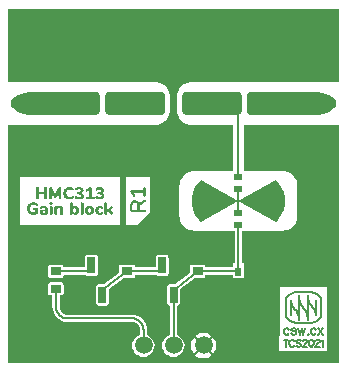
<source format=gtl>
%FSTAX23Y23*%
%MOIN*%
%SFA1B1*%

%IPPOS*%
%AMD12*
4,1,8,-0.016300,-0.013800,0.016300,-0.013800,0.017700,-0.012400,0.017700,0.012400,0.016300,0.013800,-0.016300,0.013800,-0.017700,0.012400,-0.017700,-0.012400,-0.016300,-0.013800,0.0*
1,1,0.002760,-0.016300,-0.012400*
1,1,0.002760,0.016300,-0.012400*
1,1,0.002760,0.016300,0.012400*
1,1,0.002760,-0.016300,0.012400*
%
%AMD14*
4,1,8,-0.013800,0.024800,-0.013800,-0.024800,-0.011000,-0.027600,0.011000,-0.027600,0.013800,-0.024800,0.013800,0.024800,0.011000,0.027600,-0.011000,0.027600,-0.013800,0.024800,0.0*
1,1,0.005520,-0.011000,0.024800*
1,1,0.005520,-0.011000,-0.024800*
1,1,0.005520,0.011000,-0.024800*
1,1,0.005520,0.011000,0.024800*
%
%AMD15*
4,1,8,0.010800,-0.017000,0.010800,0.017000,0.008100,0.019700,-0.008100,0.019700,-0.010800,0.017000,-0.010800,-0.017000,-0.008100,-0.019700,0.008100,-0.019700,0.010800,-0.017000,0.0*
1,1,0.005420,0.008100,-0.017000*
1,1,0.005420,0.008100,0.017000*
1,1,0.005420,-0.008100,0.017000*
1,1,0.005420,-0.008100,-0.017000*
%
%AMD16*
4,1,8,0.010800,-0.017000,0.010800,0.017000,0.008100,0.019700,-0.008100,0.019700,-0.010800,0.017000,-0.010800,-0.017000,-0.008100,-0.019700,0.008100,-0.019700,0.010800,-0.017000,0.0*
1,1,0.005420,0.008100,-0.017000*
1,1,0.005420,0.008100,0.017000*
1,1,0.005420,-0.008100,0.017000*
1,1,0.005420,-0.008100,-0.017000*
%
%ADD10R,0.023620X0.027560*%
%ADD11R,0.027560X0.023620*%
G04~CAMADD=12~8~0.0~0.0~354.3~275.6~13.8~0.0~15~0.0~0.0~0.0~0.0~0~0.0~0.0~0.0~0.0~0~0.0~0.0~0.0~180.0~354.0~276.0*
%ADD12D12*%
%ADD13R,0.035430X0.027560*%
G04~CAMADD=14~8~0.0~0.0~551.2~275.6~27.6~0.0~15~0.0~0.0~0.0~0.0~0~0.0~0.0~0.0~0.0~0~0.0~0.0~0.0~90.0~276.0~552.0*
%ADD14D14*%
G04~CAMADD=15~8~0.0~0.0~393.7~216.5~27.1~0.0~15~0.0~0.0~0.0~0.0~0~0.0~0.0~0.0~0.0~0~0.0~0.0~0.0~270.0~217.0~394.0*
%ADD15D15*%
G04~CAMADD=16~8~0.0~0.0~393.7~216.5~27.1~0.0~15~0.0~0.0~0.0~0.0~0~0.0~0.0~0.0~0.0~0~0.0~0.0~0.0~270.0~217.0~394.0*
%ADD16D16*%
%ADD27C,0.019680*%
%ADD28C,0.007870*%
%ADD29C,0.005910*%
%ADD30C,0.196850*%
%ADD31R,0.196850X0.039370*%
%ADD32C,0.059060*%
%LNcsgb-1*%
%LPD*%
G36*
X01102Y00937D02*
X00944D01*
Y01181*
X01102*
Y00937*
G37*
G36*
X00944Y01181D02*
Y00937D01*
X0061*
X00605Y00936*
X00596Y00934*
X00587Y00931*
X0058Y00926*
X00573Y00919*
X00568Y00912*
X00565Y00903*
X00563Y00894*
X00562Y00889*
Y00842*
X00563Y00837*
X00565Y00828*
X00568Y0082*
X00573Y00812*
X0058Y00806*
X00587Y008*
X00596Y00797*
X00605Y00795*
X0061Y00795*
X00748*
Y00669*
Y00639*
X00618*
X00613Y00639*
X00604Y00637*
X00595Y00634*
X00588Y00629*
X00581Y00622*
X00576Y00614*
X00572Y00606*
X00571Y00597*
X0057Y00592*
Y00639*
Y00442*
Y0049*
X00571Y00485*
X00572Y00476*
X00576Y00467*
X00581Y0046*
X00588Y00453*
X00595Y00448*
X00604Y00444*
X00613Y00443*
X00618Y00442*
X00755*
Y00334*
X00748*
Y00326*
Y00319*
X00657*
Y00328*
X00606*
Y00302*
X00556Y00263*
X0054*
X00536Y00263*
X00532Y0026*
X0053Y00257*
X00529Y00253*
Y00203*
X0053Y00199*
X00532Y00195*
X00536Y00193*
X00539Y00192*
Y00094*
X00532Y00091*
X00524Y00085*
X00518Y00077*
X00514Y00068*
X00513Y00059*
X00514Y00049*
X00518Y0004*
X00524Y00032*
X00532Y00026*
X00541Y00022*
X00551Y00021*
X0056Y00022*
X0057Y00026*
X00577Y00032*
X00583Y0004*
X00587Y00049*
X00588Y00059*
X00587Y00068*
X00583Y00077*
X00577Y00085*
X0057Y00091*
X00563Y00094*
Y00192*
X00566Y00193*
X00569Y00195*
X00572Y00199*
X00573Y00203*
Y00246*
X00623Y00285*
X00657*
Y00295*
X00748*
Y00283*
X00787*
Y00311*
Y00334*
X00779*
Y00442*
X00917*
X00921Y00443*
X00931Y00444*
X00939Y00448*
X00947Y00453*
X00953Y0046*
X00958Y00467*
X00962Y00476*
X00964Y00485*
X00964Y0049*
Y00442*
Y00639*
Y00592*
X00964Y00597*
X00962Y00606*
X00958Y00614*
X00953Y00622*
X00947Y00629*
X00939Y00634*
X00931Y00637*
X00921Y00639*
X00917Y00639*
X00787*
Y00657*
Y00795*
X01102Y00795*
Y00669*
Y0*
X0*
Y00657*
Y00795*
X00157Y00795*
X00492*
X00496Y00795*
X00505Y00797*
X00514Y008*
X00522Y00806*
X00528Y00812*
X00533Y0082*
X00537Y00828*
X00539Y00837*
X00539Y00842*
Y00889*
X00539Y00894*
X00537Y00903*
X00533Y00912*
X00528Y00919*
X00522Y00926*
X00514Y00931*
X00505Y00934*
X00496Y00936*
X00492Y00937*
X00157*
X0*
Y01181*
X00157*
X00944*
G37*
G36*
X00772Y00903D02*
X00777Y00898D01*
X00779Y00892*
Y00889*
Y00866*
Y00842*
Y00839*
X00777Y00833*
X00772Y00829*
X00766Y00826*
X00594*
X00591*
X00585Y00829*
X00581Y00833*
X00578Y00839*
Y00842*
Y00866*
Y00889*
Y00892*
X00581Y00898*
X00585Y00903*
X00591Y00905*
X00594*
X00766*
X00772Y00903*
G37*
G36*
X0105Y00901D02*
X01068Y00894D01*
X01085Y00883*
X01092Y00876*
X01092Y00875*
Y00856*
X01092Y00856*
X01085Y00849*
X01068Y00838*
X0105Y0083*
X01031Y00826*
X00811*
X00807*
X00802Y00829*
X00797Y00833*
X00795Y00839*
Y00842*
Y00866*
X00795Y00889*
Y00892*
X00797Y00898*
X00802Y00903*
X00807Y00905*
X00811*
X01031*
X0105Y00901*
G37*
G36*
X00291Y00905D02*
X00294D01*
X003Y00903*
X00304Y00898*
X00307Y00892*
Y00889*
Y00866*
Y00842*
Y00839*
X00304Y00833*
X003Y00829*
X00294Y00826*
X00291*
X0007*
X00051Y0083*
X00033Y00838*
X00017Y00849*
X0001Y00856*
X00009Y00856*
Y00875*
X0001Y00876*
X00017Y00883*
X00033Y00894*
X00051Y00901*
X0007Y00905*
X00291*
G37*
G36*
X00507D02*
X00511D01*
X00516Y00903*
X00521Y00898*
X00523Y00892*
Y00889*
Y00866*
Y00842*
Y00839*
X00521Y00833*
X00516Y00829*
X00511Y00826*
X00507*
X00335*
X00329Y00829*
X00325Y00833*
X00322Y00839*
Y00842*
Y00866*
Y00889*
Y00892*
X00325Y00898*
X00329Y00903*
X00335Y00905*
X00507*
G37*
G36*
X00892Y0061D02*
X00899Y00604D01*
X0091Y00587*
X00918Y0057*
X00921Y00551*
Y00531*
X00918Y00512*
X0091Y00494*
X00899Y00478*
X00892Y00471*
X00767Y00541*
X00892Y0061*
G37*
G36*
X00767Y00541D02*
X00642Y00471D01*
X00635Y00478*
X00624Y00494*
X00617Y00512*
X00613Y00531*
Y00551*
X00617Y0057*
X00624Y00587*
X00635Y00604*
X00642Y0061*
X00767Y00541*
G37*
%LNcsgb-2*%
%LPC*%
G36*
X00472Y0062D02*
X00393D01*
Y00462*
X00433*
X00464Y00494*
X00466*
Y00496*
X00472Y00501*
Y0062*
G37*
G36*
X00374D02*
X00039D01*
Y00462*
X00374*
Y0062*
G37*
G36*
X00524Y00362D02*
X00502D01*
X00498Y00361*
X00495Y00359*
X00492Y00355*
X00491Y00351*
Y00319*
X00421*
Y00328*
X0037*
Y00302*
X0032Y00263*
X00303*
X00299Y00263*
X00296Y0026*
X00293Y00257*
X00293Y00253*
Y00203*
X00293Y00199*
X00296Y00195*
X00299Y00193*
X00303Y00192*
X00325*
X0033Y00193*
X00333Y00195*
X00336Y00199*
X00336Y00203*
Y00246*
X00387Y00285*
X00421*
Y00295*
X00494*
X00495Y00294*
X00498Y00291*
X00502Y00291*
X00524*
X00528Y00291*
X00532Y00294*
X00534Y00297*
X00535Y00301*
Y00351*
X00534Y00355*
X00532Y00359*
X00528Y00361*
X00524Y00362*
G37*
G36*
X00288D02*
X00266D01*
X00262Y00361*
X00258Y00359*
X00256Y00355*
X00255Y00351*
Y00319*
X00185*
Y00319*
X00184Y00323*
X00182Y00326*
X00179Y00328*
X00175Y00328*
X00143*
X00139Y00328*
X00136Y00326*
X00134Y00323*
X00133Y00319*
Y00294*
X00134Y00291*
X00136Y00288*
X00139Y00285*
X00143Y00285*
X00175*
X00179Y00285*
X00182Y00288*
X00184Y00291*
X00185Y00294*
Y00295*
X00258*
X00258Y00294*
X00262Y00291*
X00266Y00291*
X00288*
X00292Y00291*
X00296Y00294*
X00298Y00297*
X00299Y00301*
Y00351*
X00298Y00355*
X00296Y00359*
X00292Y00361*
X00288Y00362*
G37*
G36*
X00651Y001D02*
X0064Y00099D01*
X0063Y00095*
X00624Y0009*
X00651Y00064*
X00677Y0009*
X00672Y00095*
X00661Y00099*
X00651Y001*
G37*
G36*
X01062Y00255D02*
X00905D01*
Y0013*
X00905*
Y00092*
X00904*
Y00041*
X00905*
Y00039*
X01062*
Y00041*
X01063*
Y00092*
X01063*
Y0013*
X01062*
Y00255*
G37*
G36*
X00683Y00085D02*
X00656Y00059D01*
X00683Y00032*
X00687Y00038*
X00691Y00048*
X00692Y00059*
X00691Y00069*
X00687Y00079*
X00683Y00085*
G37*
G36*
X00619D02*
X00615Y00079D01*
X0061Y00069*
X00609Y00059*
X0061Y00048*
X00615Y00038*
X00619Y00032*
X00645Y00059*
X00619Y00085*
G37*
G36*
X00175Y00269D02*
X00143D01*
X00139Y00269*
X00136Y00267*
X00134Y00264*
X00133Y0026*
Y00235*
X00134Y00232*
X00136Y00228*
X00139Y00226*
X00143Y00226*
X00147*
Y00189*
X00147*
X00148Y00179*
X00151Y00169*
X00156Y0016*
X00162Y00152*
X0017Y00146*
X00179Y00141*
X00188Y00138*
X00198Y00137*
Y00137*
X00199Y00137*
X002Y00137*
X00411*
X00412Y00137*
X00418Y00136*
X00425Y00134*
X00431Y00129*
X00435Y00124*
X00438Y00117*
X00439Y0011*
X00439Y0011*
Y00094*
X00432Y00091*
X00424Y00085*
X00418Y00077*
X00414Y00068*
X00413Y00059*
X00414Y00049*
X00418Y0004*
X00424Y00032*
X00432Y00026*
X00441Y00022*
X00451Y00021*
X0046Y00022*
X0047Y00026*
X00477Y00032*
X00483Y0004*
X00487Y00049*
X00488Y00059*
X00487Y00068*
X00483Y00077*
X00477Y00085*
X0047Y00091*
X00463Y00094*
Y0011*
X00463*
X00462Y0012*
X00459Y0013*
X00454Y00139*
X00448Y00146*
X0044Y00153*
X00431Y00157*
X00421Y0016*
X00411Y00161*
Y00161*
X002*
X00199Y00161*
X00198Y00161*
Y00161*
X00191Y00162*
X00185Y00165*
X00179Y00169*
X00175Y00175*
X00172Y00182*
X00171Y00188*
X00171Y00189*
Y00226*
X00175*
X00179Y00226*
X00182Y00228*
X00184Y00232*
X00185Y00235*
Y0026*
X00184Y00264*
X00182Y00267*
X00179Y00269*
X00175Y00269*
G37*
G36*
X00651Y00053D02*
X00624Y00027D01*
X0063Y00022*
X0064Y00018*
X00651Y00017*
X00661Y00018*
X00672Y00022*
X00677Y00027*
X00651Y00053*
G37*
%LNcsgb-3*%
%LPD*%
G36*
X00455Y00588D02*
X00455Y00588D01*
X00456Y00587*
X00457Y00587*
X00457Y00586*
X00458Y00585*
X00458Y00584*
Y00559*
X00458Y00559*
X00458Y00558*
X00457Y00557*
X00457Y00556*
X00456Y00556*
X00455Y00555*
X00455Y00555*
X00454Y00555*
X00454*
X00453Y00555*
X00453Y00555*
X00452Y00556*
X00452Y00556*
X00451Y00557*
X00451Y00558*
X0045Y00559*
Y00567*
X00418*
X00422Y0056*
X00422Y0056*
X00422Y00559*
X00422Y00559*
X00423Y00558*
Y00558*
X00422Y00558*
X00422Y00557*
X00422Y00556*
X00422Y00556*
X00421Y00556*
X00421*
X00421Y00555*
X00421Y00555*
X0042Y00555*
X00419Y00555*
X00419Y00555*
X00418Y00555*
X00418*
X00418*
X00418Y00555*
X00417Y00555*
X00417Y00555*
X00416Y00555*
X00415Y00556*
X00415Y00557*
X00408Y00568*
X00408Y00568*
X00408Y00568*
X00408Y00568*
X00408Y00569*
X00407Y0057*
X00407Y00571*
X00407Y00572*
Y00572*
X00407Y00572*
X00407Y00573*
X00407Y00574*
X00408Y00574*
X00408Y00575*
X00408Y00575*
X00408Y00575*
X00409Y00575*
X00409Y00576*
X00409Y00576*
X0041Y00576*
X00411Y00576*
X00411Y00576*
X0045*
Y00584*
X0045Y00584*
X00451Y00585*
X00451Y00586*
X00451Y00587*
X00452Y00587*
X00453Y00588*
X00453Y00588*
X00454*
X00454*
X00455Y00588*
G37*
G36*
X00455Y00545D02*
X00455Y00545D01*
X00456Y00544*
X00456Y00544*
X00457Y00544*
X00457Y00543*
Y00543*
X00457Y00543*
X00457Y00543*
X00458Y00543*
X00458Y00542*
X00458Y00541*
X00458Y0054*
Y0054*
X00458Y0054*
X00458Y00539*
X00458Y00538*
X00458Y00538*
X00457Y00537*
X00457Y00537*
X00456Y00536*
X00442Y00527*
X00442Y00527*
X00441Y00526*
X00441Y00526*
X0044Y00526*
X00439Y00525*
X00439Y00524*
X00438Y00524*
Y00524*
X00438Y00523*
X00438Y00523*
X00438Y00523*
X00438Y00522*
X00438Y00521*
X00438Y0052*
Y00512*
X00454*
X00454*
X00454*
X00454Y00512*
X00455Y00512*
X00456Y00512*
X00456Y00512*
X00457Y00511*
X00457Y00511*
X00457Y00511*
X00457Y00511*
X00457Y0051*
X00458Y0051*
X00458Y00509*
X00458Y00509*
X00458Y00508*
Y00508*
X00458Y00507*
X00458Y00507*
X00458Y00506*
X00457Y00505*
X00457Y00505*
X00457Y00505*
X00457Y00504*
X00456Y00504*
X00456Y00504*
X00456Y00504*
X00455Y00504*
X00454Y00503*
X00454Y00503*
X00412*
X00412*
X00411*
X00411Y00503*
X0041Y00504*
X00409Y00504*
X00409Y00504*
X00408Y00505*
X00408Y00505*
X00408Y00505*
X00408Y00505*
X00408Y00505*
X00408Y00506*
X00407Y00506*
X00407Y00507*
X00407Y00508*
Y00527*
X00407Y00527*
Y00528*
X00407Y00529*
X00408Y00531*
X00408Y00533*
X00409Y00535*
X0041Y00537*
X0041Y00538*
X00411Y00539*
Y00539*
X00411Y00539*
X00412Y0054*
X00413Y0054*
X00414Y00541*
X00415Y00542*
X00417Y00543*
X0042Y00543*
X00421Y00543*
X00422Y00543*
X00422*
X00422*
X00423*
X00423Y00543*
X00424*
X00424Y00543*
X00426Y00543*
X00427Y00543*
X00429Y00542*
X0043Y00541*
X00432Y0054*
X00432Y0054*
X00433Y00539*
X00433Y00539*
X00434Y00538*
X00435Y00536*
X00435Y00535*
X00436Y00533*
X00437Y00531*
Y00531*
X00437Y00531*
X00437Y00531*
X00437Y00532*
X00438Y00533*
X00438Y00534*
X00439Y00534*
X00439Y00534*
X00439Y00535*
X00439Y00535*
X0044Y00536*
X0044Y00536*
X00441Y00537*
X00442Y00537*
X00452Y00544*
X00452*
X00452Y00544*
X00453Y00544*
X00454Y00545*
X00454Y00545*
X00455*
X00455*
X00455Y00545*
G37*
G36*
X00205Y00587D02*
X00206Y00587D01*
X00207Y00587*
X00207Y00587*
X00208Y00587*
X0021Y00586*
X00212Y00586*
X00213Y00585*
X00215Y00585*
X00216Y00584*
X00217Y00583*
X00217*
X00217Y00583*
X00217Y00583*
X00218Y00582*
X00218Y00582*
X00218Y00582*
X00218Y00581*
X00218Y00581*
X00218Y0058*
Y0058*
Y00579*
X00218Y00579*
X00218Y00579*
X00218Y00578*
X00218Y00577*
X00217Y00577*
X00217Y00577*
X00217Y00577*
X00217Y00576*
X00217Y00576*
X00216Y00576*
X00216Y00576*
X00215Y00576*
X00215*
X00214Y00576*
X00214Y00576*
X00213Y00576*
X00213Y00576*
X00213Y00576*
X00212Y00577*
X00212Y00577*
X00212Y00577*
X00211Y00577*
X00211Y00577*
X0021Y00578*
X00209Y00578*
X00208Y00578*
X00208*
X00208Y00578*
X00207Y00578*
X00207Y00579*
X00206Y00579*
X00206Y00579*
X00204Y00579*
X00204*
X00204Y00579*
X00203*
X00203Y00579*
X00202Y00578*
X002Y00578*
X00199Y00578*
X00198Y00577*
X00197Y00576*
X00197Y00576*
X00196Y00575*
X00196Y00575*
X00196Y00574*
X00196Y00574*
X00196Y00573*
X00195Y00573*
X00195Y00572*
X00195Y00571*
X00195Y00571*
X00195Y0057*
X00194Y00569*
X00194Y00568*
Y00566*
Y00566*
Y00566*
Y00566*
X00194Y00565*
Y00565*
X00194Y00564*
X00195Y00563*
X00195Y00561*
X00195Y0056*
X00196Y00558*
X00196Y00558*
X00197Y00557*
X00197Y00557*
X00197Y00557*
X00198Y00556*
X00199Y00556*
X002Y00555*
X00201Y00555*
X00203Y00554*
X00204Y00554*
X00205*
X00206Y00554*
X00206Y00554*
X00207Y00554*
X00208Y00555*
X00208*
X00208Y00555*
X00208Y00555*
X00209Y00555*
X0021Y00555*
X0021Y00555*
X00211Y00556*
X00212Y00556*
X00212*
X00212Y00556*
X00213Y00557*
X00213Y00557*
X00214Y00557*
X00214Y00557*
X00214Y00557*
X00214Y00557*
X00215*
X00216Y00557*
X00216Y00557*
X00216Y00557*
X00217Y00557*
X00217Y00557*
X00217Y00556*
X00218Y00556*
X00218Y00556*
X00218Y00556*
X00218Y00555*
X00218Y00555*
X00218Y00554*
X00218Y00554*
X00218Y00553*
Y00553*
Y00553*
Y00553*
X00218Y00552*
X00218Y00552*
X00218Y00551*
X00218Y00551*
X00218Y00551*
X00217Y0055*
X00217Y0055*
X00217Y00549*
X00216Y00549*
X00216Y00549*
X00216Y00549*
X00215Y00549*
X00215Y00548*
X00214Y00548*
X00213Y00548*
X00212Y00547*
X00211Y00547*
X0021Y00547*
X00209Y00546*
X00207Y00546*
X00205Y00546*
X00204Y00546*
X00203*
X00203Y00546*
X00202*
X00202Y00546*
X00201Y00546*
X002Y00546*
X00199Y00546*
X00197Y00547*
X00195Y00547*
X00193Y00548*
X00193*
X00193Y00548*
X00193Y00548*
X00192Y00549*
X00192Y00549*
X00191Y0055*
X00189Y00551*
X00188Y00552*
X00187Y00554*
X00186Y00555*
Y00555*
X00186Y00556*
X00186Y00556*
X00186Y00556*
X00186Y00557*
X00185Y00557*
X00185Y00558*
X00185Y00559*
X00185Y00559*
X00185Y0056*
X00184Y00562*
X00184Y00564*
X00184Y00566*
Y00566*
Y00567*
Y00567*
X00184Y00567*
Y00568*
X00184Y00569*
X00184Y00569*
X00184Y0057*
X00184Y00572*
X00185Y00574*
X00185Y00576*
X00186Y00577*
Y00577*
X00186Y00578*
X00186Y00578*
X00187Y00578*
X00187Y00579*
X00188Y0058*
X00189Y00581*
X0019Y00582*
X00192Y00584*
X00193Y00585*
X00193*
X00193Y00585*
X00194Y00585*
X00194Y00585*
X00194Y00585*
X00195Y00585*
X00196Y00586*
X00196Y00586*
X00198Y00586*
X002Y00587*
X00202Y00587*
X00204Y00587*
X00205*
X00205Y00587*
G37*
G36*
X00125Y00587D02*
X00125Y00587D01*
X00126Y00587*
X00126Y00586*
X00127Y00586*
X00128Y00586*
X00128Y00585*
X00128Y00585*
X00128Y00585*
X00128Y00585*
X00129Y00584*
X00129Y00583*
X00129Y00583*
X00129Y00582*
Y00551*
Y00551*
Y00551*
X00129Y0055*
X00129Y0055*
X00129Y00549*
X00128Y00548*
X00128Y00548*
X00128Y00547*
X00128Y00547*
X00127Y00547*
X00127Y00547*
X00127Y00547*
X00126Y00546*
X00125Y00546*
X00125Y00546*
X00124Y00546*
X00123*
X00123Y00546*
X00123Y00546*
X00122Y00546*
X00121Y00547*
X00121Y00547*
X0012Y00547*
X0012Y00547*
X0012Y00548*
X0012Y00548*
X00119Y00548*
X00119Y00549*
X00119Y00549*
X00119Y0055*
X00119Y00551*
Y00563*
X00102*
Y00551*
Y00551*
Y00551*
X00102Y0055*
X00102Y0055*
X00102Y00549*
X00102Y00548*
X00101Y00548*
X00101Y00547*
X00101Y00547*
X00101Y00547*
X001Y00547*
X001Y00547*
X00099Y00546*
X00099Y00546*
X00098Y00546*
X00097Y00546*
X00097*
X00096Y00546*
X00096Y00546*
X00095Y00546*
X00094Y00547*
X00094Y00547*
X00093Y00547*
X00093Y00547*
X00093Y00548*
X00093Y00548*
X00093Y00548*
X00092Y00549*
X00092Y00549*
X00092Y0055*
X00092Y00551*
Y00582*
Y00582*
Y00582*
X00092Y00583*
X00092Y00583*
X00092Y00584*
X00092Y00584*
X00093Y00585*
X00093Y00586*
X00093Y00586*
X00094Y00586*
X00094Y00586*
X00094Y00586*
X00095Y00586*
X00095Y00587*
X00096Y00587*
X00097Y00587*
X00097*
X00098Y00587*
X00098Y00587*
X00099Y00587*
X001Y00586*
X001Y00586*
X00101Y00586*
X00101Y00585*
X00101Y00585*
X00101Y00585*
X00101Y00585*
X00102Y00584*
X00102Y00583*
X00102Y00583*
X00102Y00582*
Y00571*
X00119*
Y00582*
Y00582*
Y00582*
X00119Y00583*
X00119Y00583*
X00119Y00584*
X00119Y00584*
X0012Y00585*
X0012Y00586*
X0012Y00586*
X0012Y00586*
X00121Y00586*
X00121Y00586*
X00122Y00586*
X00122Y00587*
X00123Y00587*
X00124Y00587*
X00124*
X00125Y00587*
G37*
G36*
X00173D02*
X00174Y00587D01*
X00174Y00587*
X00175Y00586*
X00175Y00586*
X00176Y00585*
X00176Y00585*
X00176Y00585*
X00176Y00585*
X00177Y00585*
X00177Y00584*
X00177Y00583*
X00177Y00583*
X00177Y00582*
Y00551*
Y0055*
Y0055*
X00177Y0055*
X00177Y00549*
X00177Y00549*
X00177Y00548*
X00176Y00548*
X00176Y00547*
X00176Y00547*
X00176Y00547*
X00175Y00547*
X00175Y00547*
X00175Y00546*
X00174Y00546*
X00173Y00546*
X00173Y00546*
X00172*
X00172Y00546*
X00171Y00546*
X00171Y00546*
X0017Y00546*
X0017Y00547*
X00169Y00547*
X00169Y00547*
X00169Y00547*
X00169Y00548*
X00169Y00548*
X00168Y00548*
X00168Y00549*
X00168Y0055*
X00168Y00551*
Y00567*
X00162Y00555*
X00161Y00555*
X00161Y00555*
X00161Y00555*
X00161Y00554*
X0016Y00553*
X0016Y00553*
X00159Y00553*
X00159*
X00159Y00553*
X00159Y00553*
X00159Y00552*
X00158Y00552*
X00157Y00552*
X00157*
X00156Y00552*
X00156*
X00155Y00552*
X00154Y00553*
X00154Y00553*
X00154Y00553*
X00154Y00553*
X00154Y00553*
X00153Y00554*
X00153Y00554*
X00153Y00555*
X00152Y00555*
X00146Y00567*
Y00551*
Y0055*
Y0055*
X00146Y0055*
X00146Y00549*
X00145Y00549*
X00145Y00548*
X00145Y00548*
X00144Y00547*
X00144Y00547*
X00144Y00547*
X00144Y00547*
X00144Y00547*
X00143Y00546*
X00142Y00546*
X00142Y00546*
X00141Y00546*
X00141*
X0014Y00546*
X0014Y00546*
X00139Y00546*
X00139Y00546*
X00138Y00547*
X00138Y00547*
X00138Y00547*
X00138Y00547*
X00137Y00548*
X00137Y00548*
X00137Y00548*
X00137Y00549*
X00137Y0055*
X00136Y00551*
Y00582*
Y00582*
Y00582*
X00137Y00583*
X00137Y00583*
X00137Y00584*
X00137Y00584*
X00137Y00585*
X00138Y00585*
X00138Y00586*
X00138Y00586*
X00138Y00586*
X00139Y00586*
X00139Y00586*
X0014Y00587*
X00141Y00587*
X00141Y00587*
X00142*
X00142Y00587*
X00142*
X00143Y00587*
X00144Y00586*
X00144Y00586*
X00144Y00586*
X00144Y00586*
X00145Y00586*
X00145Y00585*
X00145Y00585*
X00146Y00585*
X00146Y00584*
X00146Y00583*
X00157Y00564*
X00167Y00583*
Y00584*
X00168Y00584*
X00168Y00584*
X00168Y00585*
X00169Y00585*
X00169Y00586*
X0017Y00586*
X00171Y00587*
X00172Y00587*
X00173*
X00173Y00587*
G37*
G36*
X00307Y00587D02*
X00308Y00587D01*
X00309Y00587*
X0031Y00587*
X00312Y00586*
X00313Y00586*
X00313*
X00313Y00586*
X00313Y00586*
X00314Y00585*
X00315Y00585*
X00315Y00584*
X00316Y00584*
X00317Y00583*
X00318Y00582*
X00318Y00582*
X00318Y00581*
X00318Y00581*
X00319Y0058*
X00319Y00579*
X00319Y00578*
X00319Y00577*
X0032Y00576*
Y00576*
Y00576*
X00319Y00575*
X00319Y00574*
X00319Y00573*
X00319Y00572*
X00318Y00571*
X00318Y0057*
X00318Y0057*
X00318Y0057*
X00317Y0057*
X00317Y00569*
X00316Y00569*
X00315Y00568*
X00314Y00567*
X00313Y00567*
X00313*
X00313Y00567*
X00314Y00567*
X00314Y00567*
X00315Y00566*
X00316Y00566*
X00317Y00565*
X00318Y00564*
X00319Y00563*
X00319Y00563*
X00319Y00563*
X00319Y00562*
X0032Y00562*
X0032Y00561*
X0032Y0056*
X0032Y00559*
X00321Y00557*
Y00557*
Y00557*
Y00557*
X0032Y00556*
X0032Y00555*
X0032Y00554*
X0032Y00553*
X00319Y00552*
X00319Y00551*
X00319Y00551*
X00318Y00551*
X00318Y0055*
X00317Y0055*
X00317Y00549*
X00316Y00548*
X00314Y00548*
X00313Y00547*
X00313*
X00313Y00547*
X00313Y00547*
X00313Y00547*
X00312Y00547*
X00311Y00547*
X0031Y00546*
X00308Y00546*
X00307Y00546*
X00305Y00546*
X00305*
X00304Y00546*
X00303Y00546*
X00302Y00546*
X00301Y00546*
X00299Y00546*
X00298Y00547*
X00298*
X00298Y00547*
X00297Y00547*
X00297Y00547*
X00296Y00547*
X00295Y00548*
X00294Y00548*
X00293Y00549*
X00292Y0055*
X00292*
X00292Y0055*
X00291Y0055*
X00291Y00551*
X00291Y00551*
Y00551*
X00291Y00551*
X0029Y00552*
X0029Y00552*
X0029Y00553*
Y00553*
Y00554*
X0029Y00554*
X0029Y00554*
X00291Y00555*
X00291Y00556*
X00291Y00556*
X00291Y00556*
X00291Y00556*
X00292Y00557*
X00292Y00557*
X00293Y00557*
X00293Y00557*
X00294Y00557*
X00294*
X00295Y00557*
X00295Y00557*
X00295Y00557*
X00295Y00557*
X00296Y00557*
X00297Y00556*
X00297*
X00297Y00556*
X00297Y00556*
X00297*
X00298Y00556*
X00298Y00556*
X00298Y00556*
X00298Y00556*
X00299Y00555*
X00299Y00555*
X003Y00555*
X00301Y00554*
X00301*
X00302Y00554*
X00302Y00554*
X00302Y00554*
X00303Y00554*
X00303Y00554*
X00305Y00554*
X00305*
X00306Y00554*
X00306Y00554*
X00308Y00554*
X00309Y00555*
X00309Y00555*
X00309Y00555*
X00309Y00555*
X0031Y00555*
X0031Y00556*
X0031Y00556*
X0031Y00557*
X00311Y00558*
X00311Y00558*
Y00558*
Y00559*
X00311Y00559*
X0031Y0056*
X0031Y0056*
X0031Y00561*
X0031Y00561*
X00309Y00562*
X00309Y00562*
X00309Y00562*
X00309Y00562*
X00308Y00562*
X00307Y00562*
X00307Y00562*
X00306Y00562*
X00305Y00563*
X00301*
X003Y00563*
X003Y00563*
X003Y00563*
X00299Y00563*
X00299Y00563*
X00298Y00564*
X00298Y00564*
X00298Y00564*
X00298Y00564*
X00298Y00565*
X00298Y00565*
X00297Y00565*
X00297Y00566*
X00297Y00567*
Y00567*
Y00567*
X00297Y00567*
X00297Y00568*
X00298Y00569*
X00298Y00569*
X00298Y00569*
X00298Y0057*
X00298Y0057*
X00299Y0057*
X00299Y0057*
X00299Y0057*
X003Y00571*
X003Y00571*
X00301Y00571*
X00304*
X00305Y00571*
X00305Y00571*
X00307Y00571*
X00307Y00571*
X00308Y00572*
X00308Y00572*
X00308Y00572*
X00309Y00572*
X00309Y00572*
X00309Y00573*
X00309Y00573*
X00309Y00574*
X0031Y00575*
Y00575*
Y00575*
X00309Y00575*
X00309Y00576*
X00309Y00576*
X00309Y00577*
X00309Y00577*
X00308Y00578*
X00308Y00578*
X00308Y00578*
X00308Y00578*
X00307Y00578*
X00307Y00579*
X00306Y00579*
X00306Y00579*
X00305Y00579*
X00304*
X00304Y00579*
X00303Y00579*
X00302Y00579*
X00302*
X00302Y00578*
X00301Y00578*
X00301Y00578*
X003Y00578*
X003Y00578*
X00299Y00577*
X00297Y00577*
X00297*
X00297Y00576*
X00297Y00576*
X00296Y00576*
X00296Y00576*
X00296*
X00295Y00576*
X00295Y00576*
X00294Y00575*
X00294*
X00294Y00576*
X00293Y00576*
X00293Y00576*
X00293Y00576*
X00292Y00576*
X00292Y00577*
X00292Y00577*
X00292Y00577*
X00292Y00577*
X00291Y00578*
X00291Y00578*
X00291Y00579*
X00291Y00579*
X00291Y0058*
Y0058*
Y0058*
Y0058*
X00291Y0058*
X00291Y00581*
X00291Y00582*
Y00582*
X00291Y00582*
X00292Y00582*
X00292Y00583*
X00293Y00583*
X00293Y00583*
X00293Y00584*
X00294Y00584*
X00294Y00584*
X00295Y00585*
X00296Y00585*
X00297Y00586*
X00298Y00586*
X00299*
X00299Y00586*
X00299Y00586*
X003Y00586*
X00301Y00587*
X00302Y00587*
X00303Y00587*
X00304Y00587*
X00305Y00587*
X00306*
X00307Y00587*
G37*
G36*
X00238D02*
X00239Y00587D01*
X0024Y00587*
X00241Y00587*
X00243Y00586*
X00244Y00586*
X00244*
X00244Y00586*
X00244Y00586*
X00245Y00585*
X00246Y00585*
X00247Y00584*
X00247Y00584*
X00248Y00583*
X00249Y00582*
X00249Y00582*
X00249Y00581*
X0025Y00581*
X0025Y0058*
X0025Y00579*
X0025Y00578*
X00251Y00577*
X00251Y00576*
Y00576*
Y00576*
X00251Y00575*
X0025Y00574*
X0025Y00573*
X0025Y00572*
X0025Y00571*
X00249Y0057*
X00249Y0057*
X00249Y0057*
X00248Y0057*
X00248Y00569*
X00247Y00569*
X00246Y00568*
X00246Y00567*
X00245Y00567*
X00245*
X00245Y00567*
X00245Y00567*
X00246Y00567*
X00246Y00566*
X00247Y00566*
X00248Y00565*
X00249Y00564*
X0025Y00563*
X0025Y00563*
X0025Y00563*
X0025Y00562*
X00251Y00562*
X00251Y00561*
X00251Y0056*
X00252Y00559*
X00252Y00557*
Y00557*
Y00557*
Y00557*
X00252Y00556*
X00252Y00555*
X00251Y00554*
X00251Y00553*
X0025Y00552*
X0025Y00551*
X0025Y00551*
X00249Y00551*
X00249Y0055*
X00248Y0055*
X00248Y00549*
X00247Y00548*
X00246Y00548*
X00244Y00547*
X00244*
X00244Y00547*
X00244Y00547*
X00244Y00547*
X00243Y00547*
X00242Y00547*
X00241Y00546*
X0024Y00546*
X00238Y00546*
X00236Y00546*
X00236*
X00235Y00546*
X00234Y00546*
X00233Y00546*
X00232Y00546*
X0023Y00546*
X00229Y00547*
X00229*
X00229Y00547*
X00229Y00547*
X00228Y00547*
X00227Y00547*
X00226Y00548*
X00225Y00548*
X00224Y00549*
X00223Y0055*
X00223*
X00223Y0055*
X00223Y0055*
X00222Y00551*
X00222Y00551*
Y00551*
X00222Y00551*
X00222Y00552*
X00221Y00552*
X00221Y00553*
Y00553*
Y00554*
X00221Y00554*
X00222Y00554*
X00222Y00555*
X00222Y00556*
X00222Y00556*
X00222Y00556*
X00223Y00556*
X00223Y00557*
X00223Y00557*
X00224Y00557*
X00224Y00557*
X00225Y00557*
X00225*
X00226Y00557*
X00226Y00557*
X00226Y00557*
X00227Y00557*
X00227Y00557*
X00228Y00556*
X00228*
X00228Y00556*
X00228Y00556*
X00229*
X00229Y00556*
X00229Y00556*
X00229Y00556*
X00229Y00556*
X0023Y00555*
X0023Y00555*
X00231Y00555*
X00232Y00554*
X00233*
X00233Y00554*
X00233Y00554*
X00233Y00554*
X00234Y00554*
X00235Y00554*
X00236Y00554*
X00236*
X00237Y00554*
X00238Y00554*
X00239Y00554*
X0024Y00555*
X0024Y00555*
X0024Y00555*
X00241Y00555*
X00241Y00555*
X00241Y00556*
X00241Y00556*
X00242Y00557*
X00242Y00558*
X00242Y00558*
Y00558*
Y00559*
X00242Y00559*
X00242Y0056*
X00241Y0056*
X00241Y00561*
X00241Y00561*
X0024Y00562*
X0024Y00562*
X0024Y00562*
X0024Y00562*
X00239Y00562*
X00239Y00562*
X00238Y00562*
X00237Y00562*
X00236Y00563*
X00232*
X00232Y00563*
X00231Y00563*
X00231Y00563*
X0023Y00563*
X0023Y00563*
X00229Y00564*
X00229Y00564*
X00229Y00564*
X00229Y00564*
X00229Y00565*
X00229Y00565*
X00229Y00565*
X00229Y00566*
X00228Y00567*
Y00567*
Y00567*
X00229Y00567*
X00229Y00568*
X00229Y00569*
X00229Y00569*
X00229Y00569*
X00229Y0057*
X0023Y0057*
X0023Y0057*
X0023Y0057*
X00231Y0057*
X00231Y00571*
X00232Y00571*
X00232Y00571*
X00235*
X00236Y00571*
X00236Y00571*
X00238Y00571*
X00239Y00571*
X00239Y00572*
X00239Y00572*
X00239Y00572*
X0024Y00572*
X0024Y00572*
X0024Y00573*
X0024Y00573*
X00241Y00574*
X00241Y00575*
Y00575*
Y00575*
X00241Y00575*
X00241Y00576*
X0024Y00576*
X0024Y00577*
X0024Y00577*
X00239Y00578*
X00239Y00578*
X00239Y00578*
X00239Y00578*
X00239Y00578*
X00238Y00579*
X00237Y00579*
X00237Y00579*
X00236Y00579*
X00235*
X00235Y00579*
X00234Y00579*
X00233Y00579*
X00233*
X00233Y00578*
X00232Y00578*
X00232Y00578*
X00232Y00578*
X00231Y00578*
X0023Y00577*
X00229Y00577*
X00229*
X00228Y00576*
X00228Y00576*
X00227Y00576*
X00227Y00576*
X00227*
X00226Y00576*
X00226Y00576*
X00225Y00575*
X00225*
X00225Y00576*
X00225Y00576*
X00224Y00576*
X00224Y00576*
X00223Y00576*
X00223Y00577*
X00223Y00577*
X00223Y00577*
X00223Y00577*
X00223Y00578*
X00222Y00578*
X00222Y00579*
X00222Y00579*
X00222Y0058*
Y0058*
Y0058*
Y0058*
X00222Y0058*
X00222Y00581*
X00222Y00582*
Y00582*
X00222Y00582*
X00223Y00582*
X00223Y00583*
X00224Y00583*
X00224Y00583*
X00224Y00584*
X00225Y00584*
X00225Y00584*
X00226Y00585*
X00227Y00585*
X00228Y00586*
X0023Y00586*
X0023*
X0023Y00586*
X0023Y00586*
X00231Y00586*
X00232Y00587*
X00233Y00587*
X00234Y00587*
X00235Y00587*
X00236Y00587*
X00237*
X00238Y00587*
G37*
G36*
X00275Y00587D02*
X00275Y00587D01*
X00276Y00586*
X00276Y00586*
X00277Y00586*
X00278Y00585*
X00278Y00585*
X00278Y00585*
X00278Y00585*
X00278Y00585*
X00279Y00584*
X00279Y00583*
X00279Y00583*
X00279Y00582*
Y00555*
X00284*
X00285Y00554*
X00285Y00554*
X00286Y00554*
X00287Y00554*
X00288Y00554*
X00288Y00553*
X00288Y00553*
X00288Y00553*
X00288Y00553*
X00288Y00552*
X00289Y00552*
X00289Y00551*
X00289Y0055*
Y0055*
Y0055*
Y0055*
X00289Y0055*
X00288Y00549*
X00288Y00548*
X00288Y00548*
X00288Y00548*
X00287Y00547*
X00287Y00547*
X00286Y00547*
X00285Y00546*
X00285Y00546*
X00284Y00546*
X00263*
X00263Y00546*
X00262Y00546*
X00261Y00547*
X0026Y00547*
X0026Y00548*
X0026Y00548*
X00259Y00548*
X00259Y00549*
X00259Y0055*
X00259Y0055*
Y00551*
Y00551*
X00259Y00551*
X00259Y00552*
X00259Y00552*
X00259Y00553*
X0026Y00553*
X0026Y00554*
X0026Y00554*
X0026Y00554*
X00261Y00554*
X00261Y00554*
X00261Y00554*
X00262Y00554*
X00263Y00554*
X00264Y00555*
X00268*
Y00575*
X00264Y00573*
X00264*
X00264Y00573*
X00263Y00572*
X00263Y00572*
X00262Y00572*
X00262*
X00261Y00572*
X00261Y00572*
X00261Y00572*
X0026Y00573*
X0026Y00573*
X00259Y00573*
X00259Y00573*
X00259Y00574*
X00259Y00574*
X00259Y00574*
X00258Y00575*
X00258Y00575*
X00258Y00576*
X00258Y00577*
Y00577*
Y00577*
X00258Y00577*
X00258Y00578*
X00259Y00578*
X00259Y00579*
X00259Y0058*
X0026Y0058*
X00269Y00585*
X00269Y00586*
X0027Y00586*
X0027Y00586*
X00271Y00586*
X00271Y00586*
X00272Y00587*
X00273Y00587*
X00274Y00587*
X00274*
X00275Y00587*
G37*
G36*
X00144Y00538D02*
X00144Y00537D01*
X00145Y00537*
X00145Y00537*
X00146Y00537*
X00147Y00536*
X00147Y00536*
X00147Y00536*
X00147Y00536*
X00148Y00535*
X00148Y00535*
X00148Y00534*
X00148Y00534*
X00148Y00533*
Y00533*
Y00532*
X00148Y00532*
X00148Y00532*
X00148Y00531*
X00148Y0053*
X00147Y0053*
X00147Y00529*
X00147Y00529*
X00146Y00529*
X00146Y00529*
X00146Y00529*
X00145Y00528*
X00144Y00528*
X00144Y00528*
X00143Y00528*
X00142*
X00142Y00528*
X00141Y00528*
X00141Y00528*
X0014Y00528*
X00139Y00529*
X00139Y00529*
X00138Y00529*
X00138Y00529*
X00138Y0053*
X00138Y0053*
X00138Y00531*
X00137Y00531*
X00137Y00532*
X00137Y00533*
Y00533*
Y00533*
X00137Y00534*
X00137Y00534*
X00137Y00535*
X00138Y00535*
X00138Y00536*
X00139Y00536*
X00139Y00536*
X00139Y00537*
X00139Y00537*
X0014Y00537*
X0014Y00537*
X00141Y00537*
X00142Y00538*
X00143Y00538*
X00143*
X00144Y00538*
G37*
G36*
X00085Y00536D02*
X00086Y00536D01*
X00087Y00536*
X00089Y00536*
X0009Y00535*
X00091Y00535*
X00091*
X00091Y00535*
X00092Y00535*
X00092Y00535*
X00093Y00534*
X00094Y00534*
X00095Y00533*
X00096Y00533*
X00097Y00532*
X00097*
X00097Y00532*
X00098Y00532*
X00098Y00531*
X00098Y00531*
X00099Y0053*
X00099Y0053*
X00099Y00529*
X00099Y00529*
Y00529*
Y00528*
X00099Y00528*
X00099Y00528*
X00098Y00527*
X00098Y00526*
X00098Y00526*
X00098Y00526*
X00098Y00525*
X00098Y00525*
X00097Y00525*
X00096Y00525*
X00096Y00524*
X00096Y00524*
X00095*
X00095Y00524*
X00094Y00525*
X00094Y00525*
X00094Y00525*
X00093Y00525*
X00092Y00525*
X00092Y00526*
X00092Y00526*
X00091Y00526*
X00091Y00526*
X0009Y00526*
X0009Y00527*
X00088Y00527*
X00088*
X00088Y00527*
X00088Y00527*
X00087Y00527*
X00086Y00528*
X00086Y00528*
X00084Y00528*
X00084*
X00083Y00528*
X00083*
X00082Y00528*
X00081Y00527*
X0008Y00527*
X00078Y00526*
X00077Y00526*
X00076Y00525*
X00076Y00524*
X00076Y00524*
X00075Y00524*
X00075Y00523*
X00075Y00523*
X00075Y00522*
X00075Y00522*
X00074Y00521*
X00074Y0052*
X00074Y00519*
X00074Y00518*
X00074Y00518*
X00073Y00516*
Y00515*
Y00515*
Y00515*
Y00515*
X00074Y00514*
Y00514*
X00074Y00513*
X00074Y00512*
X00074Y0051*
X00075Y00508*
X00075Y00507*
X00076Y00506*
X00076Y00506*
X00076Y00505*
X00077Y00505*
X00077Y00505*
X00078Y00504*
X0008Y00504*
X00081Y00503*
X00083Y00503*
X00085Y00503*
X00086*
X00086Y00503*
X00087Y00503*
X00088Y00503*
X0009Y00503*
Y00511*
X00086*
X00085Y00511*
X00085Y00511*
X00084Y00511*
X00084Y00511*
X00083Y00512*
X00083Y00512*
X00083Y00512*
X00083Y00512*
X00083Y00512*
X00082Y00513*
X00082Y00513*
X00082Y00514*
X00082Y00514*
Y00514*
Y00515*
X00082Y00515*
X00082Y00515*
X00083Y00516*
X00083Y00517*
X00083Y00517*
X00083Y00517*
X00083Y00517*
X00084Y00517*
X00084Y00517*
X00084Y00518*
X00085Y00518*
X00085Y00518*
X00086Y00518*
X00096*
X00096Y00518*
X00097Y00518*
X00097Y00518*
X00098Y00517*
X00098Y00517*
X00099Y00517*
X00099Y00517*
X00099Y00517*
X00099Y00516*
X00099Y00516*
X00099Y00516*
X001Y00515*
X001Y00515*
X001Y00514*
Y00504*
Y00504*
Y00504*
Y00503*
X001Y00502*
X001Y00501*
X00099Y005*
X00099Y005*
Y005*
X00099Y00499*
X00099Y00499*
X00099Y00499*
X00098Y00498*
X00098Y00497*
X00098*
X00097Y00497*
X00097Y00497*
X00097Y00497*
X00096Y00496*
X00096Y00496*
X00095Y00496*
X00094Y00496*
X00094*
X00094Y00496*
X00093Y00496*
X00093Y00495*
X00092Y00495*
X00091Y00495*
X0009Y00495*
X00089Y00495*
X00089*
X00089Y00495*
X00088*
X00088Y00495*
X00087Y00495*
X00086*
X00084Y00495*
X00084*
X00083Y00495*
X00083*
X00082Y00495*
X00081Y00495*
X0008Y00495*
X00079Y00495*
X00077Y00496*
X00075Y00496*
X00073Y00497*
X00073*
X00073Y00497*
X00072Y00497*
X00072Y00497*
X00071Y00498*
X0007Y00499*
X00069Y005*
X00068Y00501*
X00067Y00503*
X00065Y00504*
Y00504*
X00065Y00504*
X00065Y00505*
X00065Y00505*
X00065Y00505*
X00065Y00506*
X00064Y00507*
X00064Y00507*
X00064Y00508*
X00064Y00509*
X00063Y00511*
X00063Y00513*
X00063Y00515*
Y00515*
Y00516*
Y00516*
X00063Y00516*
Y00517*
X00063Y00518*
X00063Y00518*
X00063Y00519*
X00064Y00521*
X00064Y00523*
X00065Y00524*
X00065Y00526*
Y00526*
X00066Y00526*
X00066Y00527*
X00066Y00527*
X00067Y00528*
X00067Y00529*
X00068Y0053*
X0007Y00531*
X00071Y00532*
X00073Y00533*
X00073*
X00073Y00534*
X00073Y00534*
X00074Y00534*
X00074Y00534*
X00075Y00534*
X00075Y00534*
X00076Y00535*
X00077Y00535*
X00078Y00535*
X00079Y00536*
X00082Y00536*
X00084Y00536*
X00085*
X00085Y00536*
G37*
G36*
X00173Y00524D02*
X00174D01*
X00174Y00524*
X00176Y00524*
X00177Y00523*
X00178Y00523*
X00179Y00522*
X0018Y00521*
X0018Y00521*
X00181Y0052*
X00181Y0052*
X00181Y00519*
X00182Y00518*
X00182Y00517*
X00182Y00517*
X00182Y00516*
X00182Y00515*
X00183Y00514*
X00183Y00513*
Y00512*
Y00499*
Y00499*
Y00499*
X00183Y00499*
X00183Y00498*
X00182Y00498*
X00182Y00497*
X00182Y00496*
X00181Y00496*
X00181Y00496*
X00181Y00496*
X00181Y00496*
X0018Y00495*
X0018Y00495*
X00179Y00495*
X00178Y00495*
X00178Y00495*
X00177*
X00177Y00495*
X00176Y00495*
X00176Y00495*
X00175Y00495*
X00174Y00496*
X00174Y00496*
X00174Y00496*
X00174Y00496*
X00173Y00496*
X00173Y00497*
X00173Y00497*
X00173Y00498*
X00173Y00499*
X00172Y00499*
Y00511*
Y00511*
Y00512*
X00172Y00512*
X00172Y00513*
X00172Y00514*
X00172Y00515*
X00171Y00515*
X00171Y00515*
X00171Y00515*
X00171Y00515*
X00171Y00516*
X0017Y00516*
X0017Y00516*
X00169Y00516*
X00169Y00516*
X00169*
X00168Y00516*
X00168Y00516*
X00167Y00516*
X00166Y00516*
X00166Y00515*
X00165Y00515*
X00165Y00515*
X00165Y00514*
X00165Y00514*
X00165Y00514*
X00164Y00513*
X00164Y00512*
X00164Y00512*
X00164Y00511*
Y00499*
Y00499*
Y00499*
X00164Y00499*
X00164Y00498*
X00164Y00498*
X00163Y00497*
X00163Y00496*
X00163Y00496*
X00162Y00496*
X00162Y00496*
X00162Y00496*
X00162Y00495*
X00161Y00495*
X0016Y00495*
X0016Y00495*
X00159Y00495*
X00158*
X00158Y00495*
X00157Y00495*
X00157Y00495*
X00156Y00495*
X00156Y00496*
X00155Y00496*
X00155Y00496*
X00155Y00496*
X00155Y00496*
X00154Y00497*
X00154Y00497*
X00154Y00498*
X00154Y00499*
X00154Y00499*
Y00519*
Y00519*
Y0052*
X00154Y0052*
X00154Y0052*
X00154Y00521*
X00154Y00521*
X00155Y00522*
X00155Y00523*
X00155Y00523*
X00155Y00523*
X00156Y00523*
X00156Y00523*
X00157Y00523*
X00157Y00524*
X00158Y00524*
X00159Y00524*
X00159*
X0016Y00524*
X0016Y00524*
X00161Y00524*
X00161Y00523*
X00162Y00523*
X00162Y00523*
X00162Y00523*
X00163Y00522*
X00163Y00522*
X00163Y00522*
X00163Y00521*
X00163Y00521*
X00164Y0052*
X00164Y00519*
X00164Y0052*
X00164Y0052*
X00164Y0052*
X00165Y00521*
X00165Y00521*
X00166Y00522*
X00167Y00522*
X00167Y00523*
X00168Y00523*
X00168Y00523*
X00168Y00523*
X00169Y00523*
X0017Y00524*
X00171Y00524*
X00172Y00524*
X00173Y00524*
X00173*
X00173Y00524*
G37*
G36*
X00307D02*
X00308Y00524D01*
X00308Y00524*
X0031Y00523*
X0031*
X00311Y00523*
X00311Y00523*
X00312Y00523*
X00312Y00523*
X00313Y00522*
X00314Y00522*
X00314Y00521*
X00315Y00521*
X00315Y00521*
X00315Y00521*
X00316Y0052*
X00316Y0052*
X00316Y00519*
X00316Y00518*
Y00518*
Y00518*
X00316Y00518*
Y00517*
X00316Y00516*
X00316Y00516*
X00315Y00515*
Y00515*
X00315Y00515*
X00315Y00515*
X00314Y00514*
X00314Y00514*
X00313Y00514*
X00313*
X00312Y00514*
X00312Y00514*
X00311Y00514*
X00311Y00515*
X0031Y00515*
X0031Y00515*
X0031*
X0031Y00515*
X00309Y00516*
X00308Y00516*
X00308Y00516*
X00308Y00516*
X00307Y00516*
X00307Y00516*
X00306Y00516*
X00306*
X00305Y00516*
X00305*
X00304Y00516*
X00304Y00516*
X00303Y00515*
X00303Y00515*
X00302Y00515*
X00302Y00514*
X00301Y00513*
X00301Y00513*
X00301Y00512*
X003Y00511*
X003Y00509*
Y00509*
Y00509*
Y00509*
X003Y00508*
X00301Y00507*
X00301Y00507*
X00301Y00506*
X00301Y00505*
X00302Y00504*
X00302Y00504*
X00302Y00504*
X00302Y00503*
X00303Y00503*
X00303Y00503*
X00304Y00503*
X00305Y00502*
X00306Y00502*
X00307*
X00307Y00502*
X00308Y00503*
X00308*
X00308Y00503*
X00308Y00503*
X00309Y00503*
X0031Y00503*
X0031*
X0031Y00503*
X0031Y00504*
X00311Y00504*
X00312Y00504*
X00312Y00504*
X00312Y00504*
X00313Y00504*
X00313Y00504*
X00313*
X00314Y00504*
X00314Y00504*
X00314Y00504*
X00315Y00504*
X00315Y00504*
X00315Y00503*
X00315Y00503*
X00315Y00503*
X00316Y00503*
X00316Y00502*
X00316Y00502*
X00316Y00501*
X00316Y00501*
Y005*
Y005*
Y005*
X00316Y005*
X00316Y00499*
X00316Y00498*
X00316Y00498*
X00315Y00498*
X00315Y00497*
X00314Y00497*
X00314*
X00314Y00497*
X00314Y00497*
X00314Y00497*
X00313Y00496*
X00313Y00496*
X00312Y00496*
X00312Y00496*
X0031Y00495*
X00309Y00495*
X00307Y00495*
X00305Y00495*
X00304*
X00304Y00495*
X00303Y00495*
X00302Y00495*
X00302Y00495*
X00301Y00495*
X00299Y00496*
X00297Y00496*
X00296Y00497*
X00295Y00497*
X00295Y00498*
X00294Y00498*
X00294Y00499*
X00294Y00499*
X00293Y00499*
X00293Y00499*
X00293Y005*
X00293Y005*
X00292Y00501*
X00292Y00501*
X00291Y00502*
X00291Y00503*
X00291Y00504*
X0029Y00505*
X0029Y00507*
X0029Y00508*
X0029Y00509*
Y00509*
Y00509*
Y0051*
Y0051*
X0029Y00511*
X0029Y00512*
X0029Y00513*
X00291Y00514*
X00291Y00516*
X00292Y00517*
Y00517*
X00292Y00517*
X00292Y00517*
X00293Y00518*
X00293Y00519*
X00294Y0052*
X00295Y00521*
X00296Y00521*
X00297Y00522*
X00297*
X00297Y00522*
X00298Y00522*
X00298Y00522*
X00299Y00523*
X003Y00523*
X00301Y00523*
X00302Y00524*
X00304Y00524*
X00305Y00524*
X00306*
X00307Y00524*
G37*
G36*
X00326Y00536D02*
X00326Y00536D01*
X00327Y00535*
X00327Y00535*
X00328Y00535*
X00329Y00535*
X00329Y00534*
X00329Y00534*
X00329Y00534*
X00329Y00534*
X0033Y00533*
X0033Y00533*
X0033Y00532*
X0033Y00531*
Y00512*
X00341Y00522*
X00341Y00522*
X00341Y00523*
X00341Y00523*
X00342Y00523*
X00342Y00523*
X00343Y00524*
X00343Y00524*
X00344Y00524*
X00344*
X00345Y00524*
X00345Y00524*
X00346Y00524*
X00346Y00523*
X00347Y00523*
X00347Y00522*
X00347Y00522*
X00347Y00522*
X00348Y00522*
X00348Y00522*
X00348Y00521*
X00348Y00521*
X00349Y0052*
X00349Y00519*
Y00519*
Y00519*
X00349Y00519*
X00348Y00518*
X00348Y00518*
X00348Y00517*
X00348Y00517*
X00347Y00516*
X00341Y0051*
X00348Y00503*
X00348Y00503*
X00348Y00503*
X00348Y00502*
X00349Y00502*
X00349Y00501*
X00349Y00501*
X00349Y005*
X0035Y005*
Y005*
Y00499*
X00349Y00499*
X00349Y00498*
X00349Y00498*
X00349Y00497*
X00349Y00497*
X00348Y00496*
X00348Y00496*
X00348Y00496*
X00348Y00496*
X00347Y00496*
X00347Y00495*
X00346Y00495*
X00346Y00495*
X00345Y00495*
X00345*
X00344Y00495*
X00344Y00495*
X00343Y00495*
X00343Y00495*
X00342Y00496*
X00342Y00496*
X0033Y00507*
Y005*
Y00499*
Y00499*
X0033Y00499*
X0033Y00498*
X0033Y00498*
X00329Y00497*
X00329Y00497*
X00329Y00496*
X00329Y00496*
X00328Y00496*
X00328Y00496*
X00328Y00495*
X00327Y00495*
X00326Y00495*
X00326Y00495*
X00325Y00495*
X00325*
X00324Y00495*
X00324Y00495*
X00323Y00495*
X00323Y00495*
X00322Y00496*
X00321Y00496*
X00321Y00496*
X00321Y00496*
X00321Y00497*
X00321Y00497*
X0032Y00497*
X0032Y00498*
X0032Y00499*
X0032Y005*
Y00531*
Y00531*
Y00531*
X0032Y00532*
X0032Y00532*
X0032Y00533*
X0032Y00533*
X00321Y00534*
X00321Y00535*
X00321Y00535*
X00322Y00535*
X00322Y00535*
X00322Y00535*
X00323Y00535*
X00323Y00536*
X00324Y00536*
X00325Y00536*
X00325*
X00326Y00536*
G37*
G36*
X00247D02*
X00247Y00536D01*
X00248Y00535*
X00248Y00535*
X00249Y00535*
X00249Y00535*
X00249Y00534*
X0025Y00534*
X0025Y00534*
X0025Y00534*
X0025Y00533*
X00251Y00533*
X00251Y00532*
X00251Y00531*
Y00499*
Y00499*
Y00499*
X00251Y00499*
X00251Y00498*
X00251Y00497*
X0025Y00497*
X0025Y00496*
X00249Y00496*
X00249Y00496*
X00249Y00496*
X00249Y00496*
X00248Y00495*
X00248Y00495*
X00247Y00495*
X00247Y00495*
X00246Y00495*
X00245*
X00245Y00495*
X00244Y00495*
X00244Y00495*
X00243Y00495*
X00243Y00496*
X00242Y00496*
X00242Y00496*
X00242Y00496*
X00242Y00496*
X00241Y00497*
X00241Y00497*
X00241Y00498*
X00241Y00499*
X00241Y00499*
Y00531*
Y00531*
Y00531*
X00241Y00532*
X00241Y00532*
X00241Y00533*
X00241Y00533*
X00242Y00534*
X00242Y00535*
X00242Y00535*
X00242Y00535*
X00243Y00535*
X00243Y00535*
X00244Y00535*
X00244Y00536*
X00245Y00536*
X00246Y00536*
X00246*
X00247Y00536*
G37*
G36*
X00143Y00524D02*
X00144Y00524D01*
X00144Y00524*
X00145Y00523*
X00146Y00523*
X00146Y00523*
X00146Y00523*
X00146Y00522*
X00147Y00522*
X00147Y00522*
X00147Y00521*
X00148Y00521*
X00148Y0052*
X00148Y00519*
Y00499*
Y00499*
Y00499*
X00148Y00499*
X00148Y00498*
X00147Y00497*
X00147Y00497*
X00147Y00496*
X00146Y00496*
X00146Y00496*
X00146Y00496*
X00146Y00496*
X00145Y00495*
X00145Y00495*
X00144Y00495*
X00143Y00495*
X00143Y00495*
X00142*
X00142Y00495*
X00141Y00495*
X00141Y00495*
X0014Y00495*
X0014Y00496*
X00139Y00496*
X00139Y00496*
X00139Y00496*
X00139Y00496*
X00138Y00497*
X00138Y00497*
X00138Y00498*
X00138Y00499*
X00138Y00499*
Y00519*
Y00519*
Y00519*
X00138Y0052*
X00138Y0052*
X00138Y00521*
X00138Y00522*
X00138Y00522*
X00139Y00523*
X00139Y00523*
X00139Y00523*
X0014Y00523*
X0014Y00523*
X00141Y00524*
X00141Y00524*
X00142Y00524*
X00143Y00524*
X00143*
X00143Y00524*
G37*
G36*
X0012Y00524D02*
X00121D01*
X00121Y00524*
X00123Y00524*
X00124Y00523*
X00126Y00523*
X00127Y00522*
X00128Y00521*
X00129Y00521*
X00129*
X00129Y00521*
X00129Y0052*
X00129Y0052*
X00129Y0052*
X0013Y00519*
X0013Y00519*
X0013Y00518*
X00131Y00518*
X00131Y00517*
X00131Y00516*
X00131Y00515*
X00132Y00515*
X00132Y00514*
X00132Y00512*
Y00511*
Y00499*
Y00499*
Y00499*
X00132Y00499*
X00132Y00498*
X00132Y00498*
X00131Y00497*
X00131Y00496*
X00131Y00496*
X0013Y00496*
X0013Y00496*
X0013Y00496*
X0013Y00495*
X00129Y00495*
X00128Y00495*
X00128Y00495*
X00127Y00495*
X00127*
X00126Y00495*
X00126Y00495*
X00125Y00495*
X00125Y00495*
X00124Y00496*
X00124Y00496*
X00124Y00496*
X00123Y00496*
X00123Y00496*
X00123Y00497*
X00123Y00497*
X00123Y00498*
X00122Y00498*
X00122Y00499*
Y00499*
X00122Y00499*
X00122Y00498*
X00122Y00498*
X00121Y00497*
X00121Y00497*
X0012Y00496*
X0012Y00496*
X0012Y00496*
X00119Y00496*
X00119Y00495*
X00118Y00495*
X00118Y00495*
X00117Y00495*
X00116Y00495*
X00115Y00495*
X00115*
X00114Y00495*
X00113Y00495*
X00112Y00495*
X00112Y00495*
X00111Y00495*
X0011Y00496*
X0011Y00496*
X00109Y00496*
X00109Y00496*
X00108Y00497*
X00108Y00497*
X00107Y00498*
X00107Y00498*
X00106Y00499*
X00106Y00499*
X00106Y00499*
X00106Y005*
X00105Y005*
X00105Y00501*
X00105Y00502*
X00105Y00503*
X00105Y00504*
Y00504*
Y00504*
X00105Y00505*
X00105Y00505*
X00105Y00506*
X00105Y00507*
X00106Y00508*
X00106Y00509*
X00106Y00509*
X00107Y00509*
X00107Y00509*
X00107Y0051*
X00108Y0051*
X00109Y0051*
X0011Y00511*
X00111Y00511*
X00111*
X00111Y00511*
X00112*
X00112Y00511*
X00112Y00511*
X00113Y00511*
X00114Y00512*
X00115Y00512*
X00117Y00512*
X00119Y00512*
X00122*
Y00513*
Y00513*
Y00513*
X00122Y00513*
X00122Y00514*
X00122Y00515*
X00121Y00515*
X00121Y00516*
X00121Y00516*
X00121Y00516*
X00121Y00516*
X0012Y00516*
X0012Y00516*
X0012Y00516*
X00119Y00516*
X00118Y00517*
X00118*
X00117Y00516*
X00116Y00516*
X00115Y00516*
X00114Y00516*
X00113Y00515*
X00111Y00515*
X00111*
X00111Y00515*
X00111Y00515*
X0011Y00515*
X0011Y00515*
X00109Y00514*
X00109*
X00109Y00515*
X00108Y00515*
X00107Y00515*
X00107Y00515*
X00107Y00515*
Y00516*
X00107Y00516*
X00106Y00516*
X00106Y00516*
X00106Y00517*
X00106Y00517*
X00106Y00518*
X00106Y00518*
Y00518*
Y00518*
Y00519*
X00106Y00519*
X00106Y0052*
X00106Y0052*
Y0052*
X00106Y0052*
X00107Y00521*
X00107Y00521*
X00108Y00522*
X00108Y00522*
X00108Y00522*
X00109Y00522*
X00109Y00522*
X0011Y00523*
X00111Y00523*
X00112Y00523*
X00113Y00523*
X00113*
X00114Y00523*
X00114Y00524*
X00115Y00524*
X00116Y00524*
X00117Y00524*
X00119Y00524*
X0012*
X0012Y00524*
G37*
G36*
X00272D02*
X00273D01*
X00274Y00524*
X00275Y00524*
X00276Y00523*
X00278Y00523*
X00279Y00522*
X00279*
X00279Y00522*
X0028Y00522*
X0028Y00521*
X00281Y00521*
X00282Y0052*
X00283Y00519*
X00284Y00518*
X00285Y00517*
X00285Y00517*
X00285Y00517*
X00285Y00516*
X00286Y00515*
X00286Y00514*
X00286Y00512*
X00286Y00511*
X00287Y00509*
Y00509*
Y00509*
Y00509*
Y00509*
X00286Y00508*
X00286Y00507*
X00286Y00505*
X00286Y00504*
X00285Y00503*
X00285Y00501*
X00284Y00501*
X00284Y00501*
X00284Y005*
X00283Y005*
X00282Y00499*
X00282Y00498*
X0028Y00497*
X00279Y00496*
X00279*
X00279Y00496*
X00279Y00496*
X00279Y00496*
X00278Y00496*
X00277Y00496*
X00276Y00495*
X00274Y00495*
X00273Y00495*
X00271Y00495*
X0027*
X0027Y00495*
X00269*
X00268Y00495*
X00267Y00495*
X00266Y00495*
X00264Y00496*
X00263Y00496*
X00263*
X00263Y00496*
X00262Y00497*
X00262Y00497*
X00261Y00498*
X0026Y00498*
X00259Y00499*
X00258Y005*
X00257Y00501*
Y00502*
X00257Y00502*
X00257Y00502*
X00257Y00503*
X00256Y00504*
X00256Y00505*
X00256Y00506*
X00255Y00508*
X00255Y00509*
Y00509*
Y0051*
Y0051*
Y0051*
X00255Y00511*
X00256Y00512*
X00256Y00513*
X00256Y00514*
X00257Y00516*
X00257Y00517*
Y00517*
X00257Y00517*
X00258Y00518*
X00258Y00518*
X00259Y00519*
X00259Y0052*
X0026Y00521*
X00262Y00521*
X00263Y00522*
X00263*
X00263Y00522*
X00263Y00522*
X00263Y00522*
X00264Y00523*
X00265Y00523*
X00266Y00523*
X00268Y00524*
X00269Y00524*
X00271Y00524*
X00272*
X00272Y00524*
G37*
G36*
X00211Y00536D02*
X00211Y00536D01*
X00212Y00535*
X00212Y00535*
X00213Y00535*
X00214Y00535*
X00214Y00534*
X00214Y00534*
X00214Y00534*
X00214Y00534*
X00215Y00533*
X00215Y00533*
X00215Y00532*
X00215Y00531*
Y0052*
X00215Y0052*
X00215Y0052*
X00216Y00521*
X00216Y00521*
X00216Y00521*
X00217Y00522*
X00218Y00522*
X00219Y00523*
X00219Y00523*
X00219Y00523*
X00219Y00523*
X0022Y00523*
X00221Y00524*
X00222Y00524*
X00222Y00524*
X00223Y00524*
X00224*
X00225Y00524*
X00226Y00524*
X00227Y00524*
X00228Y00523*
X00229Y00523*
X0023Y00522*
X0023Y00522*
X0023Y00522*
X00231Y00521*
X00231Y00521*
X00232Y0052*
X00233Y00519*
X00234Y00518*
X00234Y00517*
X00234Y00517*
X00235Y00517*
X00235Y00516*
X00235Y00515*
X00235Y00514*
X00236Y00512*
X00236Y00511*
X00236Y00509*
Y00509*
Y00509*
Y00509*
Y00509*
X00236Y00508*
X00236Y00507*
X00236Y00506*
X00235Y00504*
X00235Y00503*
X00234Y00502*
X00234Y00501*
X00234Y00501*
X00234Y005*
X00233Y005*
X00233Y00499*
X00232Y00498*
X00231Y00497*
X0023Y00496*
X0023Y00496*
X00229Y00496*
X00229Y00496*
X00228Y00496*
X00227Y00495*
X00226Y00495*
X00225Y00495*
X00223Y00495*
X00223*
X00222Y00495*
X00222Y00495*
X00221Y00495*
X0022Y00495*
X00219Y00495*
X00218Y00496*
X00218Y00496*
X00218Y00496*
X00217Y00496*
X00217Y00497*
X00216Y00497*
X00216Y00498*
X00215Y00498*
X00215Y00499*
Y00499*
X00215Y00499*
X00215Y00498*
X00215Y00498*
X00214Y00497*
X00214Y00497*
X00214Y00496*
X00213Y00496*
X00213Y00496*
X00213Y00496*
X00213Y00496*
X00212Y00495*
X00212Y00495*
X00211Y00495*
X00211Y00495*
X0021Y00495*
X00209*
X00209Y00495*
X00208Y00495*
X00208Y00495*
X00207Y00495*
X00207Y00496*
X00206Y00496*
X00206Y00496*
X00206Y00496*
X00206Y00497*
X00205Y00497*
X00205Y00497*
X00205Y00498*
X00205Y00499*
X00205Y00499*
Y00531*
Y00531*
Y00532*
X00205Y00532*
X00205Y00532*
X00205Y00533*
X00205Y00533*
X00206Y00534*
X00206Y00534*
X00206Y00535*
X00206Y00535*
X00207Y00535*
X00207Y00535*
X00208Y00535*
X00208Y00536*
X00209Y00536*
X0021Y00536*
X0021*
X00211Y00536*
G37*
%LNcsgb-4*%
%LPC*%
G36*
X00422Y00535D02*
X00422D01*
X00422*
X00422*
X00421Y00535*
X0042Y00534*
X00419Y00534*
X00418Y00534*
X00417Y00533*
X00416Y00532*
X00416Y00532*
X00416Y00532*
X00416Y00531*
X00415Y0053*
X00415Y00529*
X00415Y00528*
X00414Y00526*
X00414Y00524*
Y00512*
X0043*
Y00525*
X0043Y00526*
X0043Y00527*
X0043Y00529*
X0043Y0053*
X00429Y00531*
X00429Y00532*
X00428Y00532*
X00428Y00533*
X00428Y00533*
X00427Y00533*
X00426Y00534*
X00425Y00534*
X00424Y00535*
X00422Y00535*
G37*
G36*
X00122Y00507D02*
X0012D01*
X00119Y00507*
X00117Y00507*
X00117Y00507*
X00116Y00507*
X00116*
X00116Y00507*
X00115Y00506*
X00115Y00506*
X00115Y00505*
X00115Y00505*
X00114Y00504*
Y00504*
Y00504*
X00115Y00504*
Y00504*
X00115Y00503*
X00115Y00503*
X00115Y00502*
X00115*
X00115Y00502*
X00116Y00502*
X00117Y00502*
X00117Y00501*
X00117Y00501*
X00118*
X00118Y00501*
X00119Y00502*
X00119Y00502*
X0012Y00502*
X0012Y00502*
X00121Y00503*
X00121Y00503*
X00121Y00503*
X00121Y00503*
X00121Y00504*
X00122Y00504*
X00122Y00505*
X00122Y00506*
X00122Y00507*
Y00507*
G37*
G36*
X00271Y00516D02*
X00271D01*
X0027Y00516*
X0027*
X00269Y00516*
X00269Y00516*
X00268Y00516*
X00268Y00515*
X00267Y00515*
X00267Y00514*
X00266Y00513*
X00266Y00513*
X00266Y00512*
X00266Y00511*
X00266Y00509*
Y00509*
Y00509*
X00266Y00509*
Y00508*
X00266Y00508*
X00266Y00507*
X00266Y00506*
X00266Y00505*
X00267Y00504*
X00267Y00504*
X00268Y00503*
X00268Y00503*
X00269Y00503*
X0027Y00502*
X00271Y00502*
X00271*
X00272Y00502*
X00272Y00502*
X00273Y00503*
X00273Y00503*
X00274Y00503*
X00274Y00503*
X00275Y00504*
X00275Y00505*
X00276Y00505*
X00276Y00506*
X00276Y00507*
X00276Y00508*
X00276Y00509*
Y00509*
Y0051*
Y0051*
X00276Y0051*
X00276Y00511*
X00276Y00512*
X00276Y00513*
X00275Y00514*
X00275Y00514*
X00275Y00515*
X00274Y00515*
X00273Y00516*
X00273Y00516*
X00272Y00516*
X00271Y00516*
G37*
G36*
X0022Y00516D02*
X0022D01*
X00219Y00516*
X00219Y00516*
X00218Y00516*
X00217Y00515*
X00217Y00515*
X00216Y00514*
X00216Y00514*
X00216Y00514*
X00216Y00514*
X00216Y00513*
X00215Y00512*
X00215Y00512*
X00215Y00511*
X00215Y00509*
Y00509*
Y00509*
Y00509*
X00215Y00508*
X00215Y00507*
X00215Y00507*
X00215Y00506*
X00216Y00505*
X00216Y00504*
X00216Y00504*
X00217Y00504*
X00217Y00503*
X00217Y00503*
X00218Y00503*
X00219Y00503*
X00219Y00502*
X0022Y00502*
X00221*
X00221Y00502*
X00222Y00502*
X00222Y00503*
X00223Y00503*
X00224Y00503*
X00224Y00504*
X00224Y00504*
X00225Y00504*
X00225Y00505*
X00225Y00505*
X00225Y00506*
X00226Y00507*
X00226Y00508*
X00226Y00509*
Y0051*
Y0051*
Y0051*
X00226Y00511*
X00226Y00511*
X00225Y00512*
X00225Y00513*
X00225Y00514*
X00224Y00515*
X00224Y00515*
X00224Y00515*
X00224Y00515*
X00223Y00515*
X00223Y00516*
X00222Y00516*
X00221Y00516*
X0022Y00516*
G37*
%LNcsgb-5*%
%LPD*%
G54D10*
X00334Y00866D03*
X00295D03*
X00767D03*
X00807D03*
X00767Y00305D03*
X00807D03*
G54D11*
X00767Y00462D03*
Y00501D03*
Y0058D03*
Y0062D03*
G54D12*
X00159Y00248D03*
Y00307D03*
G54D13*
X00395Y00248D03*
Y00307D03*
X00631Y00248D03*
Y00307D03*
G54D14*
X00277Y00326D03*
X00314Y00228D03*
X0024D03*
X00513Y00326D03*
X00551Y00228D03*
X00476D03*
G54D15*
X00588Y00748D03*
X00513D03*
Y00866D03*
X00588D03*
G54D16*
X00551Y00866D03*
Y00748D03*
G54D27*
X00984Y00757D03*
X00944D03*
X01023D03*
X01062D03*
X00974Y0098D03*
X00935D03*
X01013D03*
X01053D03*
X00078Y00974D03*
X00039D03*
X00118D03*
X00157D03*
Y00757D03*
X00118D03*
X00039D03*
X00078D03*
X00724Y01112D03*
X00718Y01082D03*
X00767Y01009D03*
X00797Y01003D03*
Y01161D03*
X00767Y01155D03*
X00852Y01027D03*
X00869Y01112D03*
X00875Y01082D03*
X00724Y01052D03*
X00869D03*
X00852Y01138D03*
X00741Y01027D03*
X00827Y01009D03*
Y01155D03*
X00741Y01138D03*
X00728Y00354D03*
Y00255D03*
X00019Y00954D03*
Y00777D03*
Y01161D03*
Y00728D03*
Y00098D03*
Y00255D03*
Y00177D03*
Y00413D03*
Y00334D03*
Y0057D03*
Y00492D03*
Y00649D03*
Y01003D03*
Y01082D03*
Y00019D03*
X00059Y00954D03*
Y00777D03*
X01082Y01082D03*
Y01003D03*
Y00649D03*
Y00492D03*
Y0057D03*
Y00334D03*
Y00413D03*
Y00177D03*
Y00255D03*
Y00098D03*
Y00728D03*
Y00019D03*
X00669Y01161D03*
X00433D03*
X00511D03*
X0059D03*
X00232Y01052D03*
Y01112D03*
X00274Y01009D03*
X0036Y01027D03*
X00377Y01052D03*
Y01112D03*
X0036Y01138D03*
X00226Y01082D03*
X00305Y01003D03*
Y01161D03*
X00274Y01155D03*
X00383Y01082D03*
X00335Y01009D03*
X00249Y01027D03*
Y01138D03*
X00335Y01155D03*
X00807Y00255D03*
Y00354D03*
X0059D03*
Y00196D03*
X00433Y00354D03*
Y00196D03*
X00354Y00354D03*
Y00196D03*
X00206D03*
Y00354D03*
X00728Y00698D03*
Y00738D03*
X00807D03*
Y00698D03*
X00551Y00482D03*
Y00521D03*
Y00561D03*
Y006D03*
X00964Y00442D03*
Y00639D03*
X00649Y00423D03*
X0061D03*
Y00659D03*
X00649D03*
X00728Y00423D03*
X00688D03*
X00728Y00659D03*
X00688D03*
X00807Y00423D03*
Y00659D03*
X00885Y00423D03*
X00846D03*
Y00659D03*
X00885D03*
X00925Y00423D03*
Y00659D03*
X0057Y00442D03*
Y00639D03*
X00984Y00482D03*
Y00521D03*
Y00561D03*
Y006D03*
X00177Y01161D03*
X00098D03*
X01082D03*
X00925D03*
X01003D03*
X00255Y00019D03*
X00334D03*
X00098D03*
X00177D03*
X00846Y00019D03*
X00767D03*
X01003D03*
X00925D03*
X00551Y00816D03*
X00649Y00777D03*
X00688D03*
X00728D03*
X00885D03*
X00846D03*
X00807D03*
X01003D03*
X00964D03*
X00925D03*
X01082D03*
X01043D03*
Y00954D03*
X01082D03*
X00925D03*
X00964D03*
X01003D03*
X00807D03*
X00846D03*
X00885D03*
X00767D03*
X00728D03*
X00688D03*
X00649D03*
X0061D03*
X0057D03*
X0061Y00777D03*
X0057D03*
X00531Y00954D03*
X00492D03*
X00551Y00915D03*
X00531Y00777D03*
X00492D03*
X00452Y00954D03*
X00413D03*
X00374D03*
X00334D03*
X00216D03*
X00255D03*
X00295D03*
X00098D03*
X00137D03*
X00177D03*
Y00777D03*
X00137D03*
X00098D03*
X00295D03*
X00255D03*
X00216D03*
X00334D03*
X00374D03*
X00413D03*
X00452D03*
G54D28*
X00451Y0011D02*
D01*
X00451Y00113*
X0045Y00115*
X0045Y00118*
X00449Y00121*
X00448Y00123*
X00447Y00126*
X00446Y00128*
X00445Y00131*
X00443Y00133*
X00441Y00135*
X0044Y00137*
X00438Y00139*
X00436Y00141*
X00433Y00143*
X00431Y00144*
X00429Y00145*
X00426Y00146*
X00423Y00147*
X00421Y00148*
X00418Y00149*
X00415Y00149*
X00413Y00149*
X00411Y00149*
X00159Y00189D02*
D01*
X00159Y00186*
X00159Y00183*
X0016Y00181*
X0016Y00178*
X00161Y00175*
X00162Y00173*
X00164Y0017*
X00165Y00168*
X00166Y00166*
X00168Y00163*
X0017Y00161*
X00172Y00159*
X00174Y00158*
X00176Y00156*
X00179Y00155*
X00181Y00153*
X00184Y00152*
X00186Y00151*
X00189Y00151*
X00191Y0015*
X00194Y0015*
X00197Y00149*
X00198Y00149*
X002D02*
X00411D01*
X00451Y00059D02*
Y0011D01*
X00159Y00189D02*
Y00248D01*
X00631Y00307D02*
X00767D01*
Y00311D02*
Y00462D01*
Y00501D02*
Y0058D01*
Y0062D02*
Y00866D01*
X00551Y00059D02*
Y00228D01*
X00159Y00307D02*
X00277D01*
X00324Y00252D02*
X00395Y00307D01*
X00561Y00252D02*
X00631Y00307D01*
X00395D02*
X00513D01*
G54D29*
X00998Y00224D02*
D01*
X00998Y00221*
X00998Y00217*
X00999Y00214*
X01Y00211*
X01001Y00208*
X01002Y00204*
X01003Y00201*
X01005Y00199*
X01007Y00196*
X01009Y00193*
X01011Y00191*
X01012Y0019*
X0097Y00218D02*
D01*
X0097Y00215*
X0097Y00212*
X00971Y00208*
X00972Y00205*
X00973Y00202*
X00974Y00199*
X00975Y00196*
X00977Y00193*
X00979Y0019*
X00981Y00188*
X00983Y00185*
X00984Y00185*
X00925Y00162D02*
D01*
X00925Y0016*
X00925Y00159*
X00926Y00158*
X00926Y00156*
X00926Y00155*
X00927Y00154*
X00927Y00153*
X00928Y00152*
X00929Y00151*
X00929Y0015*
X0093Y00149*
X00931Y00148*
Y00223D02*
D01*
X0093Y00223*
X00929Y00222*
X00928Y0022*
X00927Y00219*
X00927Y00218*
X00926Y00217*
X00926Y00216*
X00926Y00215*
X00925Y00213*
X00925Y00212*
X00925Y00211*
Y0021*
X01026Y00159D02*
D01*
X01026Y00162*
X01025Y00165*
X01025Y00168*
X01024Y00171*
X01023Y00173*
X01022Y00176*
X01021Y00178*
X01019Y00181*
X01018Y00183*
X01016Y00185*
X01014Y00188*
X01014Y00188*
X00998Y00151D02*
D01*
X00998Y00154*
X00997Y00157*
X00997Y00161*
X00996Y00164*
X00995Y00167*
X00994Y0017*
X00992Y00173*
X0099Y00176*
X00989Y00179*
X00987Y00181*
X00984Y00184*
X00984Y00185*
X01003Y00134D02*
D01*
X01006Y00134*
X0101Y00135*
X01013Y00135*
X01016Y00136*
X01019Y00137*
X01022Y00138*
X01026Y0014*
X01028Y00142*
X01031Y00143*
X01034Y00146*
X01036Y00148*
X01037Y00148*
X00931D02*
D01*
X00933Y00146*
X00936Y00144*
X00938Y00142*
X00941Y0014*
X00944Y00139*
X00947Y00137*
X00951Y00136*
X00954Y00136*
X00957Y00135*
X0096Y00134*
X00964Y00134*
X00965Y00134*
X01037Y00148D02*
D01*
X01038Y00149*
X01039Y0015*
X01039Y00151*
X0104Y00153*
X01041Y00154*
X01041Y00155*
X01042Y00156*
X01042Y00157*
X01042Y00159*
X01042Y0016*
X01042Y00161*
X01042Y00162*
X01037Y00223D02*
D01*
X01034Y00226*
X01032Y00228*
X01029Y0023*
X01026Y00232*
X01023Y00233*
X0102Y00234*
X01017Y00235*
X01014Y00236*
X0101Y00237*
X01007Y00237*
X01004Y00238*
X01003Y00238*
X00965D02*
D01*
X00961Y00237*
X00958Y00237*
X00955Y00237*
X00951Y00236*
X00948Y00235*
X00945Y00233*
X00942Y00232*
X00939Y0023*
X00936Y00228*
X00934Y00226*
X00931Y00224*
X00931Y00223*
X01042Y0021D02*
D01*
X01042Y00212*
X01042Y00213*
X01042Y00214*
X01042Y00215*
X01041Y00217*
X01041Y00218*
X0104Y00219*
X0104Y0022*
X01039Y00221*
X01038Y00222*
X01037Y00223*
X01037Y00223*
X0097Y00145D02*
D01*
X0097Y00149*
X00969Y00152*
X00969Y00155*
X00968Y00158*
X00967Y00162*
X00966Y00165*
X00964Y00168*
X00963Y0017*
X00961Y00173*
X00959Y00176*
X00957Y00178*
X00956Y00179*
X00942Y00212D02*
D01*
X00942Y00209*
X00942Y00206*
X00943Y00203*
X00944Y00199*
X00945Y00196*
X00946Y00193*
X00947Y0019*
X00949Y00187*
X00951Y00185*
X00953Y00182*
X00955Y0018*
X00956Y00179*
X01026Y00159D02*
Y00212D01*
X00942Y00159D02*
Y00212D01*
X01042Y00162D02*
Y00187D01*
X00998Y00145D02*
Y00226D01*
X0097Y00145D02*
Y00226D01*
X00925Y00162D02*
Y00185D01*
X01042Y00187D02*
Y0021D01*
X01012Y0019D02*
X01014Y00188D01*
X00998Y00218D02*
Y00226D01*
X0097Y00218D02*
Y00226D01*
Y00218D02*
Y00226D01*
X00998Y00224D02*
Y00226D01*
X00965Y00238D02*
X0097D01*
X01003*
X00956Y00179D02*
X00956Y00179D01*
X00965Y00134D02*
X0097D01*
X01003*
X00925Y00185D02*
Y0021D01*
X00937Y00112D02*
X00934Y00115D01*
X00931Y00116*
X00926*
X00923Y00115*
X0092Y00112*
X00919Y00107*
Y00104*
X0092Y001*
X00923Y00097*
X00926Y00095*
X00931*
X00934Y00097*
X00937Y001*
X0096Y00112D02*
X00958Y00115D01*
X00954Y00116*
X00949*
X00945Y00115*
X00943Y00112*
X00945Y00109*
X00948Y00107*
X00955Y00106*
X00958Y00104*
X0096Y00101*
Y001*
X00958Y00097*
X00954Y00095*
X00949*
X00945Y00097*
X00943Y001*
X00966Y00116D02*
X00972Y00095D01*
X00978Y00116D02*
X00972Y00095D01*
X00978Y00116D02*
X00984Y00095D01*
X0099Y00116D02*
X00984Y00095D01*
X00999Y00098D02*
X00998Y00097D01*
X00999Y00095*
X01001Y00097*
X00999Y00098*
X01026Y00112D02*
X01023Y00115D01*
X0102Y00116*
X01015*
X01012Y00115*
X01009Y00112*
X01008Y00107*
Y00104*
X01009Y001*
X01012Y00097*
X01015Y00095*
X0102*
X01023Y00097*
X01026Y001*
X01032Y00116D02*
X01049Y00095D01*
Y00116D02*
X01032Y00095D01*
X00926Y00078D02*
Y00055D01*
X00918Y00078D02*
X00934D01*
X00953Y00073D02*
X00952Y00075D01*
X0095Y00077*
X00948Y00078*
X00943*
X00941Y00077*
X00939Y00075*
X00938Y00073*
X00936Y00069*
Y00064*
X00938Y0006*
X00939Y00058*
X00941Y00056*
X00943Y00055*
X00948*
X0095Y00056*
X00952Y00058*
X00953Y0006*
X00976Y00075D02*
X00973Y00077D01*
X0097Y00078*
X00966*
X00962Y00077*
X0096Y00075*
Y00073*
X00961Y0007*
X00962Y00069*
X00964Y00068*
X00971Y00066*
X00973Y00065*
X00975Y00064*
X00976Y00061*
Y00058*
X00973Y00056*
X0097Y00055*
X00966*
X00962Y00056*
X0096Y00058*
X00982Y00073D02*
Y00074D01*
X00983Y00076*
X00984Y00077*
X00987Y00078*
X00991*
X00993Y00077*
X00994Y00076*
X00996Y00074*
Y00071*
X00994Y00069*
X00992Y00066*
X00981Y00055*
X00997*
X01009Y00078D02*
X01005Y00077D01*
X01003Y00074*
X01002Y00068*
Y00065*
X01003Y00059*
X01005Y00056*
X01009Y00055*
X01011*
X01014Y00056*
X01017Y00059*
X01018Y00065*
Y00068*
X01017Y00074*
X01014Y00077*
X01011Y00078*
X01009*
X01024Y00073D02*
Y00074D01*
X01025Y00076*
X01026Y00077*
X01029Y00078*
X01033*
X01035Y00077*
X01037Y00076*
X01038Y00074*
Y00071*
X01037Y00069*
X01034Y00066*
X01023Y00055*
X01039*
X01044Y00074D02*
X01046Y00075D01*
X0105Y00078*
Y00055*
G54D30*
X00797Y01082D03*
X00305D03*
G54D31*
X00994Y0096D03*
Y00771D03*
G54D32*
X00451Y00059D03*
X00551D03*
X00651D03*
M02*
</source>
